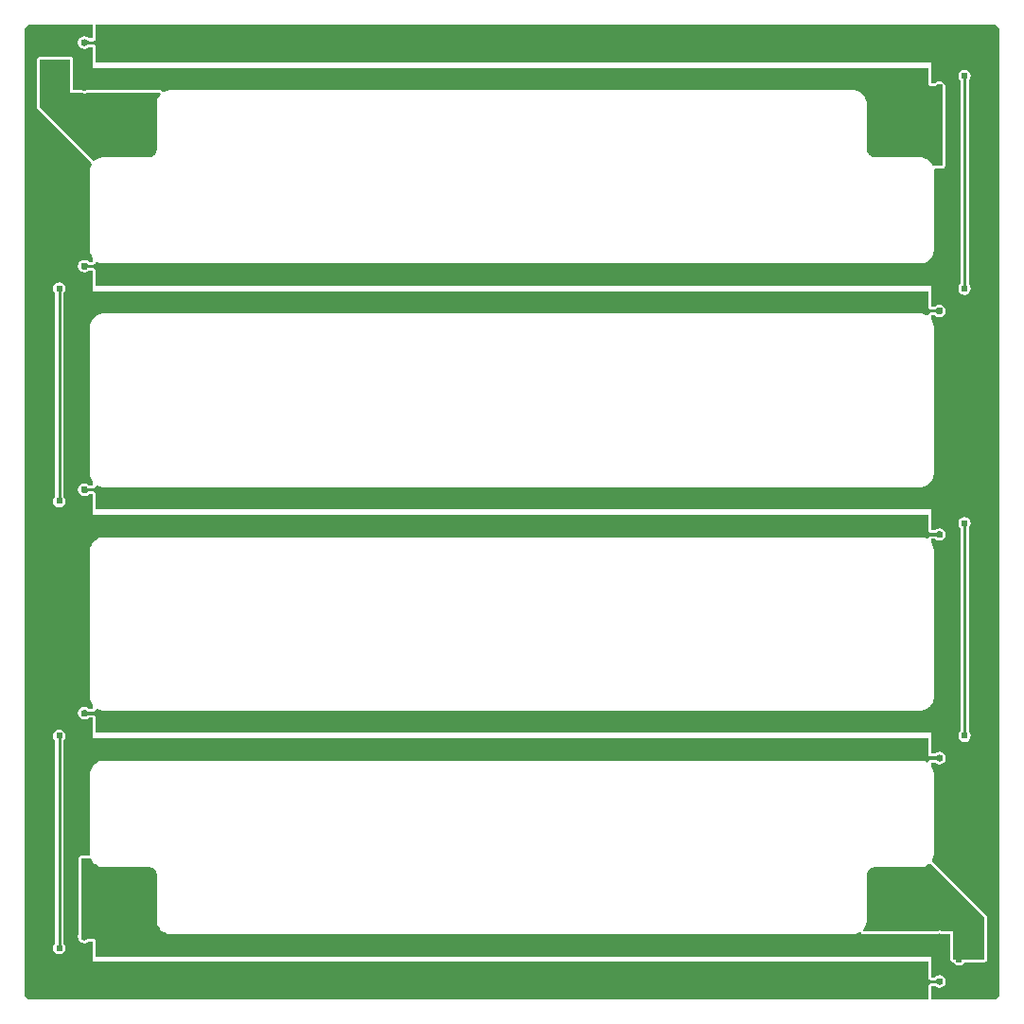
<source format=gbl>
G04*
G04 #@! TF.GenerationSoftware,Altium Limited,Altium Designer,18.1.7 (191)*
G04*
G04 Layer_Physical_Order=2*
G04 Layer_Color=16711680*
%FSLAX25Y25*%
%MOIN*%
G70*
G01*
G75*
%ADD18C,0.01000*%
%ADD19R,0.19685X0.19685*%
%ADD20C,0.02400*%
G36*
X27559Y368549D02*
X49213D01*
Y363734D01*
X47884D01*
X47846Y363791D01*
X47118Y364277D01*
X46260Y364448D01*
X45401Y364277D01*
X44674Y363791D01*
X44188Y363063D01*
X44017Y362205D01*
X44188Y361346D01*
X44674Y360619D01*
X45401Y360132D01*
X46260Y359962D01*
X47118Y360132D01*
X47846Y360619D01*
X47884Y360675D01*
X49213D01*
Y353346D01*
X343469D01*
Y347986D01*
X343546Y347596D01*
X343767Y347265D01*
X344098Y347044D01*
X344488Y346967D01*
X345817D01*
X345915Y346986D01*
X346016D01*
X346109Y347024D01*
X346207Y347044D01*
X346291Y347100D01*
X346383Y347138D01*
X346454Y347209D01*
X346538Y347265D01*
X346547Y347279D01*
X346980Y347569D01*
X347441Y347660D01*
X347902Y347569D01*
X348292Y347308D01*
X348425Y347108D01*
Y346457D01*
Y345496D01*
Y342520D01*
Y318898D01*
X345076D01*
X344973Y319144D01*
X344918Y319228D01*
X344879Y319321D01*
X344440Y319978D01*
X344369Y320049D01*
X344313Y320132D01*
X343754Y320691D01*
X343671Y320747D01*
X343600Y320818D01*
X342943Y321257D01*
X342850Y321296D01*
X342766Y321351D01*
X342036Y321654D01*
X341938Y321673D01*
X341845Y321712D01*
X341070Y321866D01*
X340969Y321866D01*
X340871Y321886D01*
X340476Y321886D01*
X340476Y321886D01*
X324828Y321886D01*
X324542Y321900D01*
X323958Y322016D01*
X323430Y322235D01*
X322955Y322552D01*
X322552Y322955D01*
X322235Y323430D01*
X322016Y323958D01*
X321900Y324542D01*
X321886Y324828D01*
X321886Y340475D01*
X321886Y340871D01*
X321866Y340969D01*
Y341070D01*
X321712Y341845D01*
X321673Y341938D01*
X321654Y342036D01*
X321351Y342766D01*
X321296Y342850D01*
D01*
X321257Y342943D01*
X320818Y343600D01*
X320747Y343671D01*
X320691Y343754D01*
X320132Y344313D01*
X320049Y344369D01*
X319978Y344440D01*
X319321Y344879D01*
X319228Y344918D01*
X319144Y344973D01*
X319123Y344982D01*
X318898Y345076D01*
X318414Y345276D01*
X318316Y345296D01*
X318223Y345334D01*
X317447Y345488D01*
X317347D01*
X317249Y345508D01*
X316854Y345508D01*
X316853Y345508D01*
X76772Y345508D01*
X76384Y345508D01*
X76285Y345488D01*
X76185D01*
X75424Y345337D01*
X75332Y345299D01*
X75233Y345279D01*
X74517Y344982D01*
X74450Y344938D01*
X74428Y344926D01*
X73934Y344878D01*
X73713Y345209D01*
X73382Y345430D01*
X72992Y345508D01*
X47274Y345508D01*
X47175Y345488D01*
X47075D01*
X46982Y345450D01*
X46883Y345430D01*
X46800Y345374D01*
X46736Y345348D01*
X46260Y345253D01*
X45784Y345348D01*
X45720Y345374D01*
X45636Y345430D01*
X45538Y345450D01*
X45445Y345488D01*
X45344D01*
X45246Y345508D01*
X42358D01*
Y356299D01*
X42281Y356689D01*
X42059Y357020D01*
X41729Y357241D01*
X41339Y357319D01*
X30512D01*
X30122Y357241D01*
X29791Y357020D01*
X29570Y356689D01*
X29492Y356299D01*
Y339567D01*
X29570Y339177D01*
X29791Y338846D01*
X48674Y319963D01*
X48816Y319430D01*
X48813Y319360D01*
X48798Y319324D01*
X48774Y319268D01*
X48719Y319184D01*
X48422Y318468D01*
X48402Y318369D01*
X48364Y318276D01*
X48213Y317516D01*
Y317415D01*
X48193Y317317D01*
X48193Y316929D01*
X48193Y316929D01*
X48193Y289370D01*
Y288982D01*
X48213Y288884D01*
Y288783D01*
X48364Y288023D01*
X48402Y287930D01*
X48422Y287831D01*
X48719Y287115D01*
X48774Y287032D01*
X48813Y286939D01*
X49213Y286340D01*
Y284994D01*
X47884D01*
X47846Y285051D01*
X47118Y285537D01*
X46260Y285708D01*
X45401Y285537D01*
X44674Y285051D01*
X44188Y284323D01*
X44017Y283465D01*
X44188Y282606D01*
X44674Y281878D01*
X45401Y281392D01*
X46260Y281222D01*
X47118Y281392D01*
X47846Y281878D01*
X47884Y281935D01*
X49213D01*
Y274606D01*
X343469D01*
Y269246D01*
X343546Y268856D01*
X343767Y268525D01*
X344098Y268304D01*
X344488Y268226D01*
X345817D01*
X345915Y268246D01*
X346016D01*
X346109Y268284D01*
X346207Y268304D01*
X346291Y268360D01*
X346383Y268398D01*
X346454Y268469D01*
X346538Y268525D01*
X346547Y268539D01*
X346980Y268829D01*
X347441Y268920D01*
X347902Y268829D01*
X348292Y268568D01*
X348425Y268368D01*
Y267065D01*
X348292Y266865D01*
X347902Y266605D01*
X347441Y266513D01*
X346980Y266605D01*
X346547Y266894D01*
X346538Y266908D01*
X346454Y266964D01*
X346383Y267035D01*
X346291Y267073D01*
X346207Y267129D01*
X346109Y267149D01*
X346016Y267187D01*
X345915D01*
X345817Y267207D01*
X344488D01*
X344098Y267129D01*
X343767Y266908D01*
X343546Y266577D01*
X343504Y266365D01*
X343017Y266089D01*
X342943Y266139D01*
X342850Y266178D01*
X342766Y266233D01*
X342036Y266536D01*
X341938Y266555D01*
X341845Y266594D01*
X341070Y266748D01*
X340969D01*
X340871Y266768D01*
X340476Y266768D01*
X340476Y266768D01*
X53150Y266768D01*
X52762Y266768D01*
X52663Y266748D01*
X52563D01*
X51802Y266597D01*
X51710Y266558D01*
X51611Y266539D01*
X50894Y266242D01*
X50811Y266186D01*
X50718Y266148D01*
X50073Y265717D01*
X50002Y265646D01*
X49919Y265590D01*
X49371Y265042D01*
X49315Y264958D01*
X49244Y264887D01*
X48813Y264242D01*
X48774Y264149D01*
X48719Y264066D01*
X48422Y263350D01*
X48402Y263251D01*
X48364Y263158D01*
X48213Y262398D01*
Y262297D01*
X48193Y262199D01*
X48193Y261811D01*
X48193Y210630D01*
Y210242D01*
X48213Y210144D01*
Y210043D01*
X48364Y209283D01*
X48402Y209190D01*
X48422Y209091D01*
X48719Y208375D01*
X48774Y208291D01*
X48813Y208199D01*
X49213Y207600D01*
Y206254D01*
X47884D01*
X47846Y206311D01*
X47118Y206797D01*
X46260Y206967D01*
X45401Y206797D01*
X44674Y206311D01*
X44188Y205583D01*
X44017Y204724D01*
X44188Y203866D01*
X44674Y203138D01*
X45401Y202652D01*
X46260Y202481D01*
X47118Y202652D01*
X47846Y203138D01*
X47884Y203195D01*
X49213D01*
Y195866D01*
X343469D01*
Y190506D01*
X343546Y190116D01*
X343767Y189785D01*
X344098Y189564D01*
X344488Y189486D01*
X345817D01*
X345915Y189506D01*
X346016D01*
X346109Y189544D01*
X346207Y189564D01*
X346291Y189620D01*
X346383Y189658D01*
X346454Y189729D01*
X346538Y189785D01*
X346547Y189799D01*
X346980Y190088D01*
X347441Y190180D01*
X347902Y190088D01*
X348292Y189827D01*
X348425Y189628D01*
Y188325D01*
X348292Y188125D01*
X347902Y187864D01*
X347441Y187773D01*
X346980Y187864D01*
X346547Y188154D01*
X346538Y188168D01*
X346454Y188224D01*
X346383Y188295D01*
X346291Y188333D01*
X346207Y188389D01*
X346109Y188409D01*
X346016Y188447D01*
X345915D01*
X345817Y188467D01*
X344488D01*
X344098Y188389D01*
X343767Y188168D01*
X343546Y187837D01*
X343510Y187656D01*
X343009Y187390D01*
X342982Y187408D01*
X342890Y187446D01*
X342806Y187502D01*
X342090Y187799D01*
X341991Y187818D01*
X341898Y187856D01*
X341138Y188008D01*
X341037Y188008D01*
X340939Y188027D01*
X340552Y188027D01*
X340551Y188027D01*
X53150Y188027D01*
X52762Y188027D01*
X52663Y188008D01*
X52563D01*
X51802Y187856D01*
X51710Y187818D01*
X51611Y187799D01*
X50894Y187502D01*
X50811Y187446D01*
X50718Y187408D01*
X50073Y186977D01*
X50002Y186906D01*
X49919Y186850D01*
X49371Y186302D01*
X49315Y186218D01*
X49244Y186147D01*
X48813Y185502D01*
X48774Y185409D01*
D01*
X48719Y185326D01*
X48422Y184609D01*
X48402Y184511D01*
X48364Y184418D01*
X48213Y183658D01*
Y183557D01*
X48193Y183459D01*
X48193Y183071D01*
Y131890D01*
X48193Y131502D01*
X48213Y131404D01*
Y131303D01*
X48364Y130543D01*
X48402Y130450D01*
X48422Y130351D01*
X48719Y129635D01*
X48774Y129551D01*
X48813Y129458D01*
X49213Y128860D01*
Y127514D01*
X47884D01*
X47846Y127570D01*
X47118Y128057D01*
X46260Y128227D01*
X45401Y128057D01*
X44674Y127570D01*
X44188Y126843D01*
X44017Y125984D01*
X44188Y125126D01*
X44674Y124398D01*
X45401Y123912D01*
X46260Y123741D01*
X47118Y123912D01*
X47846Y124398D01*
X47884Y124455D01*
X49213D01*
Y117126D01*
X343469D01*
Y111766D01*
X343546Y111375D01*
X343767Y111045D01*
X344098Y110824D01*
X344488Y110746D01*
X345817D01*
X345915Y110766D01*
X346016D01*
X346109Y110804D01*
X346207Y110824D01*
X346291Y110879D01*
X346383Y110918D01*
X346454Y110989D01*
X346538Y111045D01*
X346547Y111059D01*
X346980Y111348D01*
X347441Y111440D01*
X347902Y111348D01*
X348292Y111087D01*
X348425Y110888D01*
Y109585D01*
X348292Y109385D01*
X347902Y109124D01*
X347441Y109033D01*
X346980Y109124D01*
X346547Y109414D01*
X346538Y109428D01*
X346454Y109484D01*
X346383Y109555D01*
X346291Y109593D01*
X346207Y109649D01*
X346109Y109668D01*
X346016Y109707D01*
X345915D01*
X345817Y109726D01*
X344488D01*
X344098Y109649D01*
X343767Y109428D01*
X343546Y109097D01*
X343510Y108916D01*
X343009Y108650D01*
X342982Y108667D01*
X342890Y108706D01*
X342806Y108762D01*
X342090Y109058D01*
X341991Y109078D01*
X341898Y109116D01*
X341138Y109268D01*
X341037Y109268D01*
X340939Y109287D01*
X340552Y109287D01*
X340551Y109287D01*
X53150Y109287D01*
X52762D01*
X52663Y109268D01*
X52563D01*
X51802Y109116D01*
X51710Y109078D01*
X51611Y109058D01*
X50894Y108762D01*
X50811Y108706D01*
X50718Y108667D01*
X50073Y108237D01*
X50002Y108166D01*
X49919Y108110D01*
X49371Y107561D01*
X49315Y107478D01*
X49244Y107407D01*
X49213Y107360D01*
D01*
X48813Y106762D01*
X48774Y106669D01*
X48719Y106586D01*
D01*
X48600Y106299D01*
X48422Y105869D01*
X48402Y105771D01*
X48364Y105678D01*
X48213Y104917D01*
Y104817D01*
X48193Y104718D01*
Y104331D01*
Y76772D01*
Y76384D01*
X48205Y76323D01*
X48194Y76162D01*
X47915Y75823D01*
X45276D01*
X44885Y75745D01*
X44555Y75524D01*
X44334Y75193D01*
X44256Y74803D01*
X44256Y48205D01*
X44188Y48103D01*
X44017Y47244D01*
X44188Y46386D01*
X44674Y45658D01*
X45401Y45172D01*
X46260Y45001D01*
X47118Y45172D01*
X47846Y45658D01*
X47884Y45715D01*
X49213D01*
Y38386D01*
X343469D01*
Y33026D01*
X343546Y32635D01*
X343767Y32304D01*
X344098Y32083D01*
X344488Y32006D01*
X345817D01*
X345915Y32026D01*
X346016D01*
X346109Y32064D01*
X346207Y32083D01*
X346291Y32139D01*
X346383Y32178D01*
X346454Y32249D01*
X346538Y32304D01*
X346547Y32319D01*
X346980Y32608D01*
X347441Y32700D01*
X347902Y32608D01*
X348292Y32347D01*
X348425Y32148D01*
X348425Y30844D01*
X348292Y30645D01*
X347902Y30384D01*
X347441Y30292D01*
X346980Y30384D01*
X346547Y30674D01*
X346538Y30688D01*
X346454Y30743D01*
X346383Y30814D01*
X346291Y30853D01*
X346207Y30909D01*
X346109Y30928D01*
X346016Y30967D01*
X345915D01*
X345817Y30986D01*
X344488D01*
X344098Y30909D01*
X343767Y30688D01*
X343546Y30357D01*
X343469Y29967D01*
Y25151D01*
X27559D01*
X27493Y25138D01*
X26628Y25311D01*
X25838Y25838D01*
X25311Y26628D01*
X25138Y27493D01*
X25152Y27559D01*
X25151Y365644D01*
X25152Y366142D01*
X25219Y366614D01*
X25311Y367073D01*
X25838Y367863D01*
X26628Y368390D01*
X27493Y368562D01*
X27559Y368549D01*
D02*
G37*
G36*
X367073Y368390D02*
X367863Y367863D01*
X368390Y367073D01*
X368562Y366208D01*
X368549Y366142D01*
X368549Y28058D01*
X368549Y27559D01*
X368482Y27087D01*
X368390Y26628D01*
X367863Y25838D01*
X367073Y25311D01*
X366208Y25138D01*
X366142Y25151D01*
X344488D01*
Y29967D01*
X345817D01*
X345855Y29910D01*
X346583Y29424D01*
X347441Y29253D01*
X348299Y29424D01*
X349027Y29910D01*
X349513Y30638D01*
X349684Y31496D01*
X349513Y32355D01*
X349027Y33082D01*
X348299Y33568D01*
X347441Y33739D01*
X346583Y33568D01*
X345855Y33082D01*
X345817Y33026D01*
X344488D01*
Y40354D01*
X50232D01*
Y45715D01*
X50155Y46105D01*
X49933Y46436D01*
X49603Y46657D01*
X49213Y46734D01*
X47884D01*
X47785Y46715D01*
X47685D01*
X47592Y46676D01*
X47494Y46657D01*
X47410Y46601D01*
X47317Y46562D01*
X47246Y46491D01*
X47163Y46436D01*
X47153Y46422D01*
X46720Y46132D01*
X46260Y46041D01*
X45799Y46132D01*
X45409Y46393D01*
X45276Y46593D01*
Y48205D01*
X45276Y48205D01*
Y49079D01*
X45276Y51181D01*
X45276D01*
X45276Y74803D01*
X48600D01*
X48719Y74517D01*
X48774Y74433D01*
X48813Y74340D01*
X49244Y73695D01*
X49315Y73624D01*
X49371Y73541D01*
X49919Y72993D01*
X50002Y72937D01*
X50073Y72866D01*
X50718Y72435D01*
X50811Y72396D01*
X50894Y72341D01*
X51611Y72044D01*
X51710Y72024D01*
X51802Y71986D01*
X52563Y71835D01*
X52663D01*
X52762Y71815D01*
X53150D01*
X68873Y71815D01*
X69158Y71801D01*
X69743Y71685D01*
X70271Y71466D01*
X70745Y71149D01*
X71149Y70745D01*
X71466Y70271D01*
X71685Y69743D01*
X71801Y69158D01*
X71815Y68872D01*
X71815Y53150D01*
D01*
X71815Y52762D01*
X71835Y52663D01*
Y52563D01*
X71986Y51802D01*
X72024Y51710D01*
X72044Y51611D01*
X72222Y51181D01*
X72341Y50894D01*
X72396Y50811D01*
X72435Y50718D01*
X72866Y50073D01*
X72937Y50002D01*
X72993Y49919D01*
X73541Y49371D01*
X73624Y49315D01*
X73695Y49244D01*
X74340Y48813D01*
X74433Y48774D01*
X74517Y48719D01*
X75233Y48422D01*
X75332Y48402D01*
X75424Y48364D01*
X76185Y48213D01*
X76285D01*
X76384Y48193D01*
X76772Y48193D01*
X76772Y48193D01*
X316929Y48193D01*
X317317D01*
X317415Y48213D01*
X317516D01*
X318276Y48364D01*
X318369Y48402D01*
X318468Y48422D01*
X319184Y48719D01*
X319250Y48763D01*
X319273Y48775D01*
X319767Y48822D01*
X319988Y48492D01*
X320319Y48271D01*
X320709Y48193D01*
X346427Y48193D01*
X346526Y48213D01*
X346626D01*
X346719Y48251D01*
X346817Y48271D01*
X346817Y48271D01*
X346901Y48326D01*
X346965Y48353D01*
X347441Y48448D01*
X347917Y48353D01*
X347981Y48326D01*
X348065Y48271D01*
X348163Y48251D01*
X348256Y48213D01*
X348356D01*
X348455Y48193D01*
X351343D01*
Y39370D01*
X351420Y38980D01*
X351641Y38649D01*
X351972Y38428D01*
X352362Y38350D01*
X352366D01*
X352745Y37784D01*
X353472Y37298D01*
X354331Y37127D01*
X355189Y37298D01*
X355917Y37784D01*
X356295Y38350D01*
X363189D01*
X363579Y38428D01*
X363910Y38649D01*
X364131Y38980D01*
X364209Y39370D01*
Y54134D01*
X364131Y54524D01*
X363910Y54855D01*
X344777Y73988D01*
X344691Y74045D01*
X344888Y74340D01*
X344926Y74433D01*
X344982Y74516D01*
X345279Y75233D01*
X345298Y75331D01*
X345337Y75424D01*
X345488Y76185D01*
Y76285D01*
X345508Y76384D01*
X345508Y76771D01*
X345508Y76772D01*
X345508Y104331D01*
X345508Y104718D01*
X345488Y104817D01*
Y104917D01*
X345337Y105678D01*
X345299Y105771D01*
X345279Y105869D01*
X344982Y106586D01*
X344926Y106669D01*
X344888Y106762D01*
X344488Y107360D01*
Y108707D01*
X345817D01*
X345855Y108650D01*
X346583Y108164D01*
X347441Y107993D01*
X348299Y108164D01*
X349027Y108650D01*
X349513Y109378D01*
X349684Y110236D01*
X349513Y111095D01*
X349027Y111822D01*
X348299Y112309D01*
X347441Y112479D01*
X346583Y112309D01*
X345855Y111822D01*
X345817Y111766D01*
X344488D01*
Y119102D01*
X50232D01*
Y124455D01*
X50155Y124845D01*
X49933Y125176D01*
X49603Y125397D01*
X49213Y125475D01*
X47884D01*
X47785Y125455D01*
X47685D01*
X47592Y125416D01*
X47494Y125397D01*
X47410Y125341D01*
X47317Y125303D01*
X47246Y125232D01*
X47163Y125176D01*
X47153Y125162D01*
X46720Y124872D01*
X46260Y124781D01*
X45799Y124872D01*
X45409Y125133D01*
X45276Y125333D01*
Y126636D01*
X45409Y126835D01*
X45799Y127096D01*
X46260Y127188D01*
X46720Y127096D01*
X47153Y126807D01*
X47163Y126793D01*
X47246Y126737D01*
X47317Y126666D01*
X47410Y126627D01*
X47494Y126572D01*
X47592Y126552D01*
X47685Y126514D01*
X47785D01*
X47884Y126494D01*
X49213D01*
X49603Y126572D01*
X49933Y126793D01*
X50155Y127123D01*
X50191Y127304D01*
X50692Y127571D01*
X50718Y127553D01*
X50811Y127515D01*
X50894Y127459D01*
X51611Y127162D01*
X51710Y127143D01*
X51802Y127104D01*
X52563Y126953D01*
X52663D01*
X52762Y126933D01*
X53150Y126933D01*
X340476Y126933D01*
X340871D01*
X340969Y126953D01*
X341070D01*
X341845Y127107D01*
X341938Y127145D01*
X342036Y127165D01*
X342766Y127468D01*
X342850Y127523D01*
X342943Y127562D01*
X343600Y128001D01*
X343671Y128072D01*
X343754Y128128D01*
X344313Y128686D01*
X344369Y128770D01*
X344440Y128841D01*
X344879Y129498D01*
X344918Y129591D01*
X344973Y129674D01*
X345079Y129929D01*
X345276Y130405D01*
X345296Y130503D01*
X345334Y130596D01*
X345488Y131371D01*
Y131472D01*
X345508Y131570D01*
Y131965D01*
X345508Y131965D01*
X345508Y183071D01*
X345508Y183459D01*
X345488Y183557D01*
Y183658D01*
X345337Y184418D01*
X345299Y184511D01*
X345279Y184609D01*
X344982Y185326D01*
X344926Y185409D01*
X344888Y185502D01*
X344488Y186100D01*
Y187447D01*
X345817D01*
X345855Y187390D01*
X346583Y186904D01*
X347441Y186733D01*
X348299Y186904D01*
X349027Y187390D01*
X349513Y188118D01*
X349684Y188976D01*
X349513Y189835D01*
X349027Y190562D01*
X348299Y191049D01*
X347441Y191219D01*
X346583Y191049D01*
X345855Y190562D01*
X345817Y190506D01*
X344488D01*
Y197843D01*
X50232D01*
Y203195D01*
X50155Y203585D01*
X49933Y203916D01*
X49603Y204137D01*
X49213Y204215D01*
X47884D01*
X47785Y204195D01*
X47685D01*
X47592Y204157D01*
X47494Y204137D01*
X47410Y204081D01*
X47317Y204043D01*
X47246Y203972D01*
X47163Y203916D01*
X47153Y203902D01*
X46720Y203612D01*
X46260Y203521D01*
X45799Y203612D01*
X45409Y203873D01*
X45276Y204073D01*
Y205376D01*
X45409Y205575D01*
X45799Y205836D01*
X46260Y205928D01*
X46720Y205836D01*
X47153Y205547D01*
X47163Y205533D01*
X47246Y205477D01*
X47317Y205406D01*
X47410Y205368D01*
X47494Y205312D01*
X47592Y205292D01*
X47685Y205254D01*
X47785D01*
X47884Y205234D01*
X49213D01*
X49603Y205312D01*
X49933Y205533D01*
X50155Y205864D01*
X50191Y206045D01*
X50692Y206311D01*
X50718Y206293D01*
X50811Y206255D01*
X50894Y206199D01*
X51611Y205902D01*
X51710Y205883D01*
X51802Y205844D01*
X52563Y205693D01*
X52663D01*
X52762Y205673D01*
X53149Y205673D01*
X53150Y205673D01*
X340397Y205673D01*
X340800Y205673D01*
X340898Y205693D01*
X340999D01*
X341789Y205850D01*
X341882Y205889D01*
X341981Y205908D01*
X342725Y206217D01*
X342809Y206272D01*
X342901Y206311D01*
X343571Y206758D01*
X343642Y206830D01*
X343726Y206885D01*
X344296Y207455D01*
X344352Y207539D01*
X344423Y207610D01*
X344488Y207708D01*
X344870Y208280D01*
X344909Y208373D01*
X344965Y208456D01*
X345053Y208669D01*
X345273Y209201D01*
X345292Y209299D01*
X345331Y209392D01*
X345488Y210182D01*
Y210283D01*
X345508Y210381D01*
X345508Y210784D01*
X345508Y210784D01*
X345508Y261735D01*
X345508Y262130D01*
X345488Y262229D01*
Y262330D01*
X345334Y263105D01*
X345296Y263197D01*
X345276Y263296D01*
X344973Y264026D01*
X344918Y264110D01*
X344879Y264202D01*
X344488Y264788D01*
Y266187D01*
X345817D01*
X345855Y266130D01*
X346583Y265644D01*
X347441Y265473D01*
X348299Y265644D01*
X349027Y266130D01*
X349513Y266858D01*
X349684Y267717D01*
X349513Y268575D01*
X349027Y269303D01*
X348299Y269789D01*
X347441Y269960D01*
X346583Y269789D01*
X345855Y269303D01*
X345817Y269246D01*
X344488D01*
Y276583D01*
X50232D01*
Y281935D01*
X50155Y282325D01*
X49933Y282656D01*
X49603Y282877D01*
X49213Y282955D01*
X47884D01*
X47785Y282935D01*
X47685D01*
X47592Y282897D01*
X47494Y282877D01*
X47410Y282821D01*
X47317Y282783D01*
X47246Y282712D01*
X47163Y282656D01*
X47153Y282642D01*
X46720Y282353D01*
X46260Y282261D01*
X45799Y282353D01*
X45409Y282613D01*
X45276Y282813D01*
Y284116D01*
X45409Y284316D01*
X45799Y284577D01*
X46260Y284668D01*
X46720Y284577D01*
X47153Y284287D01*
X47163Y284273D01*
X47246Y284217D01*
X47317Y284146D01*
X47410Y284108D01*
X47494Y284052D01*
X47592Y284032D01*
X47685Y283994D01*
X47785D01*
X47884Y283974D01*
X49213D01*
X49603Y284052D01*
X49933Y284273D01*
X50155Y284604D01*
X50191Y284785D01*
X50692Y285051D01*
X50718Y285033D01*
X50811Y284995D01*
X50894Y284939D01*
X51611Y284642D01*
X51710Y284623D01*
X51802Y284584D01*
X52563Y284433D01*
X52663D01*
X52762Y284413D01*
X53150D01*
X340598Y284414D01*
X340982D01*
X341080Y284433D01*
X341180D01*
X341932Y284582D01*
X342025Y284621D01*
X342123Y284641D01*
X342831Y284934D01*
X342915Y284990D01*
X343007Y285028D01*
X343644Y285454D01*
X343715Y285525D01*
X343799Y285580D01*
X344341Y286122D01*
X344396Y286206D01*
X344467Y286277D01*
X344893Y286914D01*
X344932Y287007D01*
X344987Y287090D01*
X345120Y287409D01*
X345281Y287798D01*
X345300Y287896D01*
X345339Y287989D01*
X345488Y288741D01*
Y288841D01*
X345508Y288940D01*
Y289322D01*
X345508Y289323D01*
X345508Y316853D01*
X345508Y317249D01*
X345488Y317347D01*
Y317447D01*
X345479Y317492D01*
X345797Y317878D01*
X348425D01*
X348815Y317956D01*
X349146Y318177D01*
X349367Y318508D01*
X349445Y318898D01*
Y345496D01*
X349513Y345598D01*
X349684Y346457D01*
X349513Y347315D01*
X349027Y348043D01*
X348299Y348529D01*
X347441Y348700D01*
X346583Y348529D01*
X345855Y348043D01*
X345817Y347986D01*
X344488D01*
Y355315D01*
X50232D01*
Y360675D01*
X50155Y361066D01*
X49933Y361396D01*
X49603Y361617D01*
X49213Y361695D01*
X47884D01*
X47785Y361675D01*
X47685D01*
X47592Y361637D01*
X47494Y361617D01*
X47410Y361561D01*
X47317Y361523D01*
X47246Y361452D01*
X47163Y361396D01*
X47153Y361382D01*
X46720Y361093D01*
X46260Y361001D01*
X45799Y361093D01*
X45409Y361354D01*
X45276Y361553D01*
X45276Y362856D01*
X45409Y363056D01*
X45799Y363317D01*
X46260Y363408D01*
X46720Y363317D01*
X47153Y363027D01*
X47163Y363013D01*
X47246Y362957D01*
X47317Y362886D01*
X47410Y362848D01*
X47494Y362792D01*
X47592Y362772D01*
X47685Y362734D01*
X47785D01*
X47884Y362715D01*
X49213D01*
X49603Y362792D01*
X49933Y363013D01*
X50155Y363344D01*
X50232Y363734D01*
Y368549D01*
X366142D01*
X366208Y368562D01*
X367073Y368390D01*
D02*
G37*
G36*
X41339Y344488D02*
X45246D01*
X45401Y344384D01*
X46260Y344214D01*
X47118Y344384D01*
X47274Y344488D01*
X72992Y344488D01*
X73199Y343988D01*
X72993Y343782D01*
X72937Y343698D01*
X72866Y343627D01*
X72435Y342983D01*
X72396Y342890D01*
X72341Y342806D01*
X72044Y342090D01*
X72024Y341991D01*
X71986Y341898D01*
X71835Y341138D01*
Y341037D01*
X71815Y340939D01*
X71815Y340551D01*
X71815Y340551D01*
X71815Y324828D01*
X71801Y324542D01*
X71685Y323958D01*
X71466Y323430D01*
X71149Y322955D01*
X70745Y322552D01*
X70271Y322235D01*
X69743Y322016D01*
X69158Y321900D01*
X68873Y321886D01*
X53150Y321886D01*
X52762Y321886D01*
X52663Y321866D01*
X52563D01*
X51802Y321715D01*
X51710Y321676D01*
X51611Y321657D01*
X50894Y321360D01*
X50811Y321304D01*
X50718Y321266D01*
X50073Y320835D01*
X50006Y320768D01*
X50000Y320762D01*
X49919Y320708D01*
X49895Y320684D01*
X49395Y320684D01*
X30512Y339567D01*
Y356299D01*
X41339D01*
Y344488D01*
D02*
G37*
G36*
X363189Y54134D02*
Y39370D01*
X352362D01*
Y49213D01*
X348455D01*
X348299Y49316D01*
X347441Y49487D01*
X346583Y49316D01*
X346427Y49213D01*
X320709Y49213D01*
X320502Y49713D01*
X320708Y49919D01*
X320764Y50002D01*
X320835Y50073D01*
X321266Y50718D01*
X321304Y50811D01*
X321360Y50894D01*
X321657Y51611D01*
X321676Y51709D01*
X321715Y51802D01*
X321866Y52563D01*
Y52663D01*
X321886Y52762D01*
Y53149D01*
X321886Y53150D01*
X321886Y68873D01*
X321900Y69158D01*
X322016Y69743D01*
X322235Y70271D01*
X322552Y70745D01*
X322955Y71149D01*
X323430Y71466D01*
X323958Y71685D01*
X324542Y71801D01*
X324831Y71815D01*
X340939Y71815D01*
X341037Y71835D01*
X341138D01*
X341898Y71986D01*
X341991Y72024D01*
X342090Y72044D01*
X342806Y72341D01*
X342890Y72396D01*
X342983Y72435D01*
X343627Y72866D01*
X343698Y72937D01*
X343782Y72993D01*
X344056Y73267D01*
X363189Y54134D01*
D02*
G37*
%LPC*%
G36*
X37402Y277834D02*
X36543Y277663D01*
X35816Y277177D01*
X35329Y276449D01*
X35159Y275590D01*
X35329Y274732D01*
X35816Y274004D01*
X35872Y273967D01*
Y202411D01*
X35816Y202374D01*
X35329Y201646D01*
X35159Y200787D01*
X35329Y199929D01*
X35816Y199201D01*
X36543Y198715D01*
X37402Y198544D01*
X38260Y198715D01*
X38988Y199201D01*
X39474Y199929D01*
X39645Y200787D01*
X39474Y201646D01*
X38988Y202374D01*
X38931Y202411D01*
Y273967D01*
X38988Y274004D01*
X39474Y274732D01*
X39645Y275590D01*
X39474Y276449D01*
X38988Y277177D01*
X38260Y277663D01*
X37402Y277834D01*
D02*
G37*
G36*
Y120353D02*
X36543Y120183D01*
X35816Y119696D01*
X35329Y118969D01*
X35159Y118110D01*
X35329Y117252D01*
X35816Y116524D01*
X35872Y116486D01*
Y44931D01*
X35816Y44893D01*
X35329Y44166D01*
X35159Y43307D01*
X35329Y42449D01*
X35816Y41721D01*
X36543Y41235D01*
X37402Y41064D01*
X38260Y41235D01*
X38988Y41721D01*
X39474Y42449D01*
X39645Y43307D01*
X39474Y44166D01*
X38988Y44893D01*
X38931Y44931D01*
Y116486D01*
X38988Y116524D01*
X39474Y117252D01*
X39645Y118110D01*
X39474Y118969D01*
X38988Y119696D01*
X38260Y120183D01*
X37402Y120353D01*
D02*
G37*
G36*
X356299Y352637D02*
X355441Y352466D01*
X354713Y351980D01*
X354227Y351252D01*
X354056Y350394D01*
X354227Y349535D01*
X354713Y348808D01*
X354770Y348770D01*
Y277215D01*
X354713Y277177D01*
X354227Y276449D01*
X354056Y275590D01*
X354227Y274732D01*
X354713Y274004D01*
X355441Y273518D01*
X356299Y273347D01*
X357158Y273518D01*
X357885Y274004D01*
X358372Y274732D01*
X358542Y275590D01*
X358372Y276449D01*
X357885Y277177D01*
X357829Y277215D01*
Y348770D01*
X357885Y348808D01*
X358372Y349535D01*
X358542Y350394D01*
X358372Y351252D01*
X357885Y351980D01*
X357158Y352466D01*
X356299Y352637D01*
D02*
G37*
G36*
Y195157D02*
X355441Y194986D01*
X354713Y194500D01*
X354227Y193772D01*
X354056Y192913D01*
X354227Y192055D01*
X354713Y191327D01*
X354770Y191289D01*
Y119734D01*
X354713Y119696D01*
X354227Y118969D01*
X354056Y118110D01*
X354227Y117252D01*
X354713Y116524D01*
X355441Y116038D01*
X356299Y115867D01*
X357158Y116038D01*
X357885Y116524D01*
X358372Y117252D01*
X358542Y118110D01*
X358372Y118969D01*
X357885Y119696D01*
X357829Y119734D01*
Y191289D01*
X357885Y191327D01*
X358372Y192055D01*
X358542Y192913D01*
X358372Y193772D01*
X357885Y194500D01*
X357158Y194986D01*
X356299Y195157D01*
D02*
G37*
%LPD*%
D18*
X208405Y362205D02*
X282480D01*
X287146D02*
X342776D01*
X287146D02*
X290839D01*
X282480D02*
X287146D01*
X279528D02*
X282480D01*
X32480Y31496D02*
X50925D01*
X27559Y267717D02*
Y346457D01*
X287146Y283465D02*
X342776D01*
X366142Y204724D02*
Y362205D01*
X361221Y283465D02*
X366142D01*
X27559Y188976D02*
X27559Y267717D01*
X32480D01*
X361221Y204724D02*
X366142D01*
X27559Y110236D02*
X27559Y188976D01*
X32480D01*
X27559Y35925D02*
X27559Y110236D01*
X32480D01*
X27559Y31496D02*
Y35925D01*
X366142Y47244D02*
Y125984D01*
X27559Y31496D02*
X32480D01*
X203740Y357776D02*
Y362205D01*
X208405D01*
X212598Y358012D01*
X208405Y346457D02*
X268701D01*
X189961D02*
X208405D01*
X212598Y350650D01*
X287146Y346457D02*
X342776D01*
X347441D01*
X338583Y350650D02*
X342776Y346457D01*
X342776Y362205D02*
X347441D01*
X338583Y358012D02*
X342776Y362205D01*
X129665D02*
X203740D01*
X287146D02*
X291339Y358012D01*
X268701Y346457D02*
X287146D01*
X291339Y350650D01*
X129665Y346457D02*
X189961D01*
X111221D02*
X129665D01*
X133858Y350650D01*
X125000Y362205D02*
X129665D01*
X133858Y358012D01*
X50925Y362205D02*
X125000D01*
X46260D02*
X50925D01*
X55118Y358012D01*
X50925Y346457D02*
X111221D01*
X46260D02*
X50925D01*
X55118Y350650D01*
X50925Y267717D02*
X111221D01*
X46260D02*
X50925D01*
X55118Y271909D01*
X50925Y283465D02*
X125000D01*
X46260D02*
X50925D01*
X55118Y279272D01*
X129665Y267717D02*
X189961D01*
X111221D02*
X129665D01*
X133858Y271909D01*
X125000Y279035D02*
Y283465D01*
X129665D02*
X203740D01*
X125000D02*
X129665D01*
X133858Y279272D01*
X208405Y267717D02*
X268701D01*
X189961D02*
X208405D01*
X212598Y271909D01*
X208405Y283465D02*
X282480D01*
X203740D02*
X208405D01*
X212598Y279272D01*
X287146Y267717D02*
X342776D01*
X268701D02*
X287146D01*
X291339Y271909D01*
X282480Y283465D02*
X287146D01*
X291339Y279272D01*
X347441Y362205D02*
X361221D01*
X342776Y47244D02*
X347441D01*
X342776Y267717D02*
X347441D01*
X338583Y271909D02*
X342776Y267717D01*
X342776Y283465D02*
X347441D01*
X338583Y279272D02*
X342776Y283465D01*
X342776Y188976D02*
X347441D01*
X287146D02*
X342776D01*
X338583Y193169D02*
X342776Y188976D01*
X342776Y204724D02*
X347441D01*
X287146D02*
X342776D01*
X338583Y200532D02*
X342776Y204724D01*
X268701Y188976D02*
X287146D01*
X291339Y193169D01*
X347441Y204724D02*
X361221D01*
X282480D02*
X287146D01*
X291339Y200532D01*
X208405Y188976D02*
X268701D01*
X189961D02*
X208405D01*
X212598Y193169D01*
X208405Y204724D02*
X282480D01*
X203740D02*
X208405D01*
X212598Y200532D01*
X129665Y188976D02*
X189961D01*
X111221D02*
X129665D01*
X133858Y193169D01*
X125000Y200295D02*
Y204724D01*
X129665D02*
X203740D01*
X125000D02*
X129665D01*
X133858Y200532D01*
X50925Y204724D02*
X125000D01*
X46260D02*
X50925D01*
X55118Y200532D01*
X50925Y188976D02*
X111221D01*
X32480D02*
X46260D01*
X50925D01*
X55118Y193169D01*
X50925Y125984D02*
X125000D01*
X46260D02*
X50925D01*
X111221Y110236D02*
X129665D01*
X50925D02*
X111221D01*
X46260D02*
X50925D01*
X50925Y125984D02*
X55118Y121791D01*
X50925Y110236D02*
X55118Y114429D01*
X129665Y110236D02*
X189961D01*
X129665D02*
X133858Y114429D01*
X129665Y125984D02*
X203740D01*
X125000D02*
X129665D01*
X133858Y121791D01*
X203740Y121555D02*
Y125984D01*
X208405D02*
X282480D01*
X203740D02*
X208405D01*
X212598Y121791D01*
X208405Y110236D02*
X268701D01*
X189961D02*
X208405D01*
X212598Y114429D01*
X282480Y121555D02*
Y125984D01*
X287146D02*
X342520D01*
X282480D02*
X287146D01*
X291339Y121791D01*
X287146Y110236D02*
X342776D01*
X268701D02*
X287146D01*
X291339Y114429D01*
X342776Y110236D02*
X347441D01*
X338583Y114429D02*
X342776Y110236D01*
X342520Y125984D02*
X347441D01*
X342520Y125728D02*
Y125984D01*
X338583Y121791D02*
X342520Y125728D01*
X361221Y125984D02*
X366142D01*
X366142Y204724D01*
X342776Y31496D02*
X347441D01*
X287146D02*
X342776D01*
X338583Y35689D02*
X342776Y31496D01*
X287146Y47244D02*
X342776D01*
X338583Y43051D02*
X342776Y47244D01*
X282480D02*
X287146D01*
X291339Y43051D01*
X268701Y31496D02*
X287146D01*
X291339Y35689D01*
X203740Y42815D02*
Y47244D01*
X208405D02*
X282480D01*
X203740D02*
X208405D01*
X129665D02*
X203740D01*
X208405D02*
X212598Y43051D01*
X208405Y31496D02*
X268701D01*
X189961D02*
X208405D01*
X212598Y35689D01*
X129665Y31496D02*
X189961D01*
X111221D02*
X129665D01*
X133858Y35689D01*
X125000Y42815D02*
Y47244D01*
X129665D01*
X133858Y43051D01*
X50925Y47244D02*
X125000D01*
X46260D02*
X50925D01*
X55118Y43051D01*
X50925Y31496D02*
X111221D01*
X50925D02*
X55118Y35689D01*
X361221Y362205D02*
X366142D01*
X32480Y267717D02*
Y272146D01*
X361221Y279035D02*
Y283465D01*
X32480Y110236D02*
Y114665D01*
X361221Y121555D02*
Y125984D01*
X37402Y200787D02*
Y275590D01*
Y43307D02*
Y118110D01*
X356299D02*
Y192913D01*
X111221Y267717D02*
Y272146D01*
X268701Y31496D02*
Y35925D01*
X189961Y31496D02*
Y35925D01*
X111221Y31496D02*
Y35925D01*
X32480Y31496D02*
Y35925D01*
X282480Y42815D02*
Y47244D01*
X268701Y110236D02*
Y114665D01*
X189961Y110236D02*
Y114665D01*
X111221Y110236D02*
Y114665D01*
X125000Y121555D02*
Y125984D01*
X268701Y188976D02*
Y193405D01*
X189961Y188976D02*
Y193405D01*
X111221Y188976D02*
Y193405D01*
X32480Y188976D02*
Y193405D01*
X282480Y200295D02*
Y204724D01*
X203740Y200295D02*
Y204724D01*
X361221Y200295D02*
Y204724D01*
X356299Y275590D02*
Y350394D01*
X361221Y357776D02*
Y362205D01*
X189961Y267717D02*
Y272146D01*
X268701Y267717D02*
Y272146D01*
X203740Y279035D02*
Y283465D01*
X282480Y279035D02*
Y283465D01*
X125000Y357776D02*
Y362205D01*
X282480Y357776D02*
Y362205D01*
X111221Y346457D02*
Y350886D01*
X189961Y346457D02*
Y350886D01*
X268701Y346457D02*
Y350886D01*
D19*
X334646Y59055D02*
D03*
X59055D02*
D03*
X334646Y334646D02*
D03*
X59055D02*
D03*
D20*
X338583Y358012D02*
D03*
Y350650D02*
D03*
X291339D02*
D03*
Y358012D02*
D03*
X212598Y350650D02*
D03*
Y358012D02*
D03*
X133858Y350650D02*
D03*
Y358012D02*
D03*
X55118D02*
D03*
Y350650D02*
D03*
Y271909D02*
D03*
Y279272D02*
D03*
X133858D02*
D03*
Y271909D02*
D03*
X212598D02*
D03*
Y279272D02*
D03*
X291339D02*
D03*
Y271909D02*
D03*
X338583D02*
D03*
Y279272D02*
D03*
Y193169D02*
D03*
Y200532D02*
D03*
X291339Y193169D02*
D03*
Y200532D02*
D03*
X212598Y193169D02*
D03*
Y200532D02*
D03*
X133858Y193169D02*
D03*
Y200532D02*
D03*
X55118Y193169D02*
D03*
Y200532D02*
D03*
Y114429D02*
D03*
Y121791D02*
D03*
X133858Y114429D02*
D03*
Y121791D02*
D03*
X212598D02*
D03*
Y114429D02*
D03*
X291339Y121791D02*
D03*
Y114429D02*
D03*
X338583D02*
D03*
Y121791D02*
D03*
Y35689D02*
D03*
Y43051D02*
D03*
X291339Y35689D02*
D03*
Y43051D02*
D03*
X212598Y35689D02*
D03*
Y43051D02*
D03*
X133858Y35689D02*
D03*
Y43051D02*
D03*
X55118Y35689D02*
D03*
Y43051D02*
D03*
X39370Y354331D02*
D03*
X46260Y204724D02*
D03*
X354331Y39370D02*
D03*
X46260Y47244D02*
D03*
Y31496D02*
D03*
X347441Y110236D02*
D03*
Y125984D02*
D03*
X46260Y267717D02*
D03*
X347441Y283465D02*
D03*
Y47244D02*
D03*
Y31496D02*
D03*
Y204724D02*
D03*
Y188976D02*
D03*
Y346457D02*
D03*
Y267717D02*
D03*
Y362205D02*
D03*
X46260Y346457D02*
D03*
Y362205D02*
D03*
Y283465D02*
D03*
Y188976D02*
D03*
Y110236D02*
D03*
Y125984D02*
D03*
X32480Y267717D02*
D03*
X361221Y283465D02*
D03*
X32480Y110236D02*
D03*
X361221Y125984D02*
D03*
X37402Y200787D02*
D03*
Y43307D02*
D03*
X356299Y192913D02*
D03*
X37402Y118110D02*
D03*
X356299D02*
D03*
X37402Y275590D02*
D03*
X356299D02*
D03*
Y350394D02*
D03*
M02*

</source>
